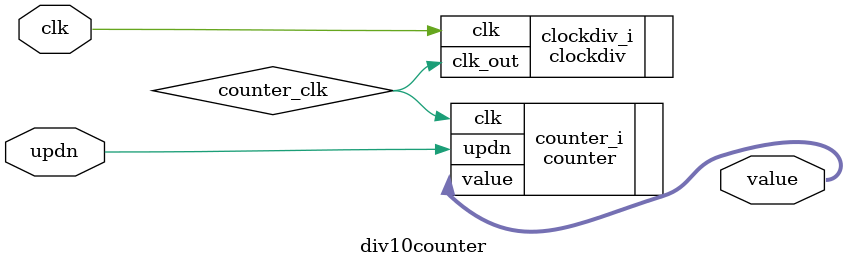
<source format=sv>

module div10counter(
	input bit clk,
	input bit updn,
	output [31:0] value
	);

  // derive counter_clk
  bit counter_clk;
  clockdiv clockdiv_i(
		.clk(clk),
		.clk_out(counter_clk)
    );

  // Use counter_clk
  counter counter_i(
		.clk(counter_clk),
		.updn(updn),
		.value(value)
		);

endmodule

</source>
